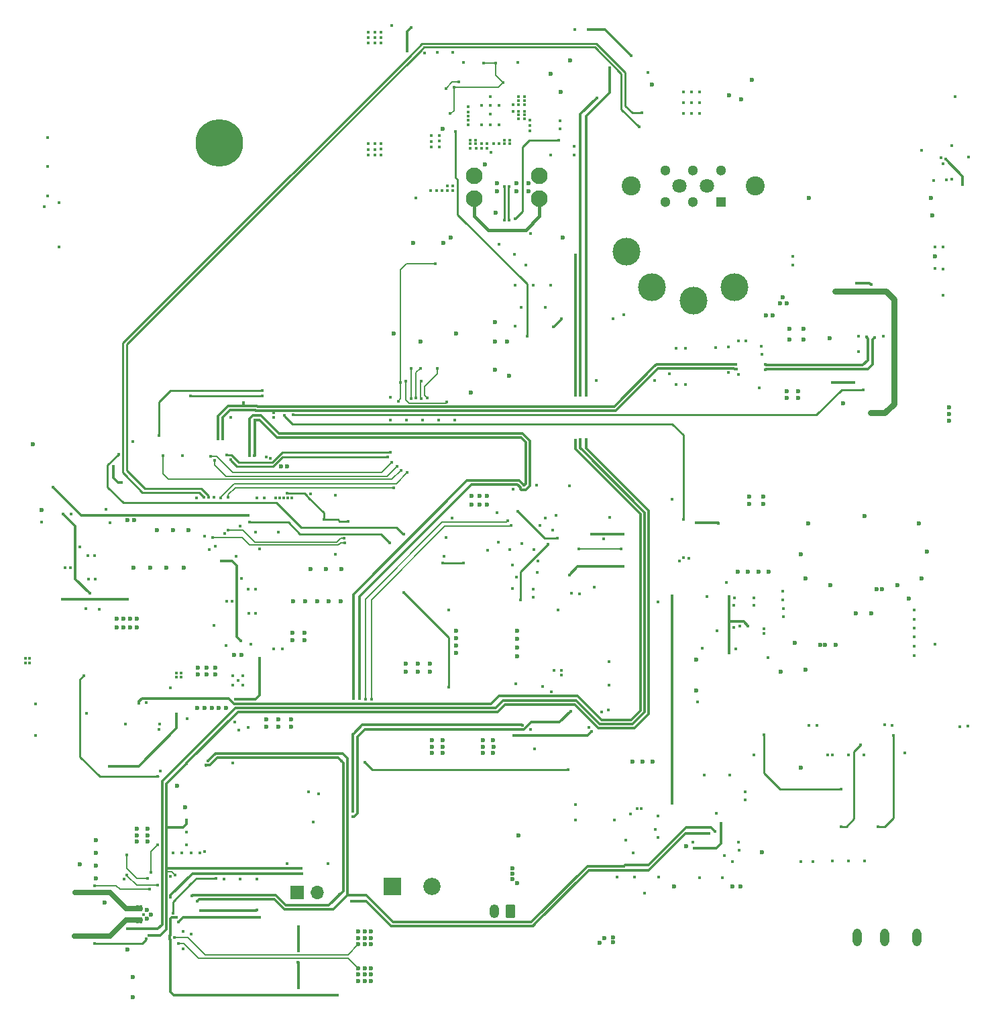
<source format=gbr>
%TF.GenerationSoftware,KiCad,Pcbnew,9.0.0*%
%TF.CreationDate,2025-03-07T13:19:33+01:00*%
%TF.ProjectId,Flatburn_V4,466c6174-6275-4726-9e5f-56342e6b6963,1*%
%TF.SameCoordinates,Original*%
%TF.FileFunction,Copper,L4,Bot*%
%TF.FilePolarity,Positive*%
%FSLAX46Y46*%
G04 Gerber Fmt 4.6, Leading zero omitted, Abs format (unit mm)*
G04 Created by KiCad (PCBNEW 9.0.0) date 2025-03-07 13:19:33*
%MOMM*%
%LPD*%
G01*
G04 APERTURE LIST*
G04 Aperture macros list*
%AMRoundRect*
0 Rectangle with rounded corners*
0 $1 Rounding radius*
0 $2 $3 $4 $5 $6 $7 $8 $9 X,Y pos of 4 corners*
0 Add a 4 corners polygon primitive as box body*
4,1,4,$2,$3,$4,$5,$6,$7,$8,$9,$2,$3,0*
0 Add four circle primitives for the rounded corners*
1,1,$1+$1,$2,$3*
1,1,$1+$1,$4,$5*
1,1,$1+$1,$6,$7*
1,1,$1+$1,$8,$9*
0 Add four rect primitives between the rounded corners*
20,1,$1+$1,$2,$3,$4,$5,0*
20,1,$1+$1,$4,$5,$6,$7,0*
20,1,$1+$1,$6,$7,$8,$9,0*
20,1,$1+$1,$8,$9,$2,$3,0*%
G04 Aperture macros list end*
%TA.AperFunction,ComponentPad*%
%ADD10C,3.500000*%
%TD*%
%TA.AperFunction,ComponentPad*%
%ADD11C,2.100000*%
%TD*%
%TA.AperFunction,ComponentPad*%
%ADD12R,1.700000X1.700000*%
%TD*%
%TA.AperFunction,ComponentPad*%
%ADD13O,1.700000X1.700000*%
%TD*%
%TA.AperFunction,ComponentPad*%
%ADD14O,1.108000X2.216000*%
%TD*%
%TA.AperFunction,ComponentPad*%
%ADD15R,2.175000X2.175000*%
%TD*%
%TA.AperFunction,ComponentPad*%
%ADD16C,2.175000*%
%TD*%
%TA.AperFunction,ComponentPad*%
%ADD17RoundRect,0.250000X0.350000X0.625000X-0.350000X0.625000X-0.350000X-0.625000X0.350000X-0.625000X0*%
%TD*%
%TA.AperFunction,ComponentPad*%
%ADD18O,1.200000X1.750000*%
%TD*%
%TA.AperFunction,ComponentPad*%
%ADD19C,2.400000*%
%TD*%
%TA.AperFunction,ComponentPad*%
%ADD20C,1.800000*%
%TD*%
%TA.AperFunction,ComponentPad*%
%ADD21R,1.300000X1.300000*%
%TD*%
%TA.AperFunction,ComponentPad*%
%ADD22C,1.300000*%
%TD*%
%TA.AperFunction,ComponentPad*%
%ADD23C,6.000000*%
%TD*%
%TA.AperFunction,ViaPad*%
%ADD24C,0.600000*%
%TD*%
%TA.AperFunction,ViaPad*%
%ADD25C,0.400000*%
%TD*%
%TA.AperFunction,Conductor*%
%ADD26C,0.300000*%
%TD*%
%TA.AperFunction,Conductor*%
%ADD27C,0.200000*%
%TD*%
%TA.AperFunction,Conductor*%
%ADD28C,0.400000*%
%TD*%
%TA.AperFunction,Conductor*%
%ADD29C,0.254000*%
%TD*%
%TA.AperFunction,Conductor*%
%ADD30C,0.203200*%
%TD*%
%TA.AperFunction,Conductor*%
%ADD31C,0.700000*%
%TD*%
%TA.AperFunction,Conductor*%
%ADD32C,0.220000*%
%TD*%
%TA.AperFunction,Conductor*%
%ADD33C,0.800000*%
%TD*%
%TA.AperFunction,Conductor*%
%ADD34C,0.270000*%
%TD*%
%TA.AperFunction,Conductor*%
%ADD35C,0.240000*%
%TD*%
G04 APERTURE END LIST*
D10*
%TO.P,SW1,1,1*%
%TO.N,unconnected-(SW1-Pad1)*%
X150626207Y-121909997D03*
%TO.P,SW1,2,2*%
%TO.N,GND_DIGITAL*%
X145399612Y-120215807D03*
%TO.P,SW1,3,3*%
%TO.N,Net-(R53-Pad2)*%
X142167028Y-115773063D03*
%TO.P,SW1,10,10*%
%TO.N,unconnected-(SW1-Pad10)*%
X155850431Y-120208511D03*
%TD*%
D11*
%TO.P,J3,MH1,MH1*%
%TO.N,Net-(C2-Pad1)*%
X123000000Y-106140000D03*
%TO.P,J3,MH2,MH2*%
X131200000Y-106140000D03*
%TO.P,J3,MH3,MH3*%
X131200000Y-109080000D03*
%TO.P,J3,MH4,MH4*%
X123000000Y-109080000D03*
%TD*%
D12*
%TO.P,J8,1,Pin_1*%
%TO.N,/03 - POWER/TS*%
X100660000Y-196620000D03*
D13*
%TO.P,J8,2,Pin_2*%
%TO.N,GND_DIGITAL*%
X103200000Y-196620000D03*
%TD*%
D14*
%TO.P,J2,1*%
%TO.N,VSOLAR*%
X178830000Y-202300000D03*
%TO.P,J2,2*%
%TO.N,GND_DIGITAL*%
X174830000Y-202300000D03*
%TO.P,J2,3*%
X171330000Y-202300000D03*
%TD*%
D15*
%TO.P,J4,1,Pin_1*%
%TO.N,Net-(J4-Pin_1)*%
X112645000Y-195820000D03*
D16*
%TO.P,J4,2,Pin_2*%
%TO.N,Net-(J4-Pin_2)*%
X117645000Y-195820000D03*
%TD*%
D17*
%TO.P,J1,1,Pin_1*%
%TO.N,Net-(J1-Pin_1)*%
X127530000Y-199000000D03*
D18*
%TO.P,J1,2,Pin_2*%
%TO.N,GND_DIGITAL*%
X125530000Y-199000000D03*
%TD*%
D19*
%TO.P,SW2,*%
%TO.N,*%
X158460000Y-107490000D03*
D20*
X152360000Y-107490000D03*
X148860000Y-107490000D03*
D19*
X142760000Y-107490000D03*
D21*
%TO.P,SW2,1,A1*%
%TO.N,unconnected-(SW2-A1-Pad1)*%
X154110000Y-109490000D03*
D22*
%TO.P,SW2,2,COM*%
%TO.N,Net-(R53-Pad2)*%
X150610000Y-109490000D03*
%TO.P,SW2,3,B1*%
%TO.N,GND_DIGITAL*%
X147110000Y-109490000D03*
%TO.P,SW2,4,A2*%
%TO.N,unconnected-(SW2-A2-Pad4)*%
X154110000Y-105490000D03*
%TO.P,SW2,5,COM*%
%TO.N,Net-(R53-Pad2)*%
X150610000Y-105490000D03*
%TO.P,SW2,6,B2*%
%TO.N,GND_DIGITAL*%
X147110000Y-105490000D03*
%TD*%
D23*
%TO.P,OBJ1,1*%
%TO.N,GND_DIGITAL*%
X90810000Y-102030000D03*
%TD*%
D24*
%TO.N,3V3*%
X98275000Y-175720000D03*
D25*
X135010000Y-145280000D03*
X93422081Y-150390000D03*
X97700000Y-136640000D03*
X86270000Y-201510000D03*
D24*
X67230000Y-140050000D03*
X96720000Y-174730000D03*
X142990000Y-180100000D03*
D25*
X141870000Y-123730000D03*
D24*
X96720000Y-175720000D03*
D25*
X92740000Y-175080000D03*
D24*
X162472500Y-133321527D03*
D25*
X118310000Y-90560000D03*
D24*
X114320000Y-167740000D03*
X120680000Y-163580000D03*
D25*
X128910000Y-122770000D03*
X155740000Y-163130000D03*
D24*
X144265000Y-180100000D03*
D25*
X155730000Y-160380000D03*
D24*
X120680000Y-166350000D03*
X99830000Y-174730000D03*
D25*
X134970000Y-156550000D03*
D24*
X117430000Y-167740000D03*
D25*
X148450000Y-132491527D03*
D24*
X98275000Y-174730000D03*
D25*
X95890000Y-167060000D03*
D24*
X163872500Y-133321527D03*
D25*
X130870000Y-145240000D03*
X146200000Y-186970000D03*
X87218085Y-191620000D03*
X112530000Y-87220000D03*
D24*
X158015000Y-94045000D03*
D25*
X156370000Y-127011527D03*
X116754000Y-90681895D03*
X92240000Y-136660000D03*
X120290000Y-90560000D03*
D24*
X120680000Y-164503333D03*
D25*
X141820000Y-155460000D03*
X143190000Y-194670000D03*
D24*
X127380000Y-131410000D03*
D25*
X142130000Y-189960000D03*
D24*
X114320000Y-168730000D03*
D25*
X141750000Y-151370000D03*
X129460000Y-117440000D03*
D24*
X115875000Y-167740000D03*
X117430000Y-168730000D03*
D25*
X97230000Y-141790000D03*
X131980000Y-122770000D03*
D24*
X145540000Y-180100000D03*
D25*
X88922088Y-191474478D03*
D24*
X120680000Y-165426667D03*
D25*
X96740000Y-141690000D03*
D24*
X162472500Y-134221527D03*
D25*
X146140000Y-159960000D03*
D24*
X99830000Y-175720000D03*
D25*
X86770000Y-174660000D03*
X149610000Y-132521527D03*
X94460000Y-175770000D03*
X135655000Y-87721396D03*
X84940000Y-191620000D03*
X92860000Y-172220000D03*
X137790000Y-151350000D03*
D24*
X115875000Y-168730000D03*
X163872500Y-134221527D03*
D25*
%TO.N,VSOLAR*%
X85640000Y-203060000D03*
D24*
X108360000Y-206960000D03*
X109940000Y-207760000D03*
X108360000Y-206160000D03*
X109150000Y-206160000D03*
X109150000Y-206960000D03*
X108360000Y-207760000D03*
X109940000Y-206960000D03*
X109940000Y-206160000D03*
X109150000Y-207760000D03*
%TO.N,GND_DIGITAL*%
X88950000Y-173310000D03*
X90750000Y-173310000D03*
D25*
X70590000Y-115160000D03*
X149370000Y-154322000D03*
D24*
X171190000Y-161380000D03*
D25*
X89550000Y-153380000D03*
D24*
X86520000Y-185880000D03*
D25*
X139910000Y-173540000D03*
X125000000Y-97260000D03*
D24*
X182929800Y-136215000D03*
D25*
X171470000Y-128391527D03*
X136250000Y-158920000D03*
D24*
X106130000Y-159870000D03*
D25*
X150390000Y-96970000D03*
D24*
X180090000Y-153630000D03*
D25*
X167640000Y-179230000D03*
D24*
X172250000Y-149110000D03*
D25*
X128070000Y-116120000D03*
X126075000Y-97260000D03*
X156390000Y-191280000D03*
X66870000Y-167089204D03*
D24*
X115237095Y-114682911D03*
D25*
X150390000Y-95620000D03*
X127900000Y-145700000D03*
X133545000Y-160920000D03*
X146290000Y-194620000D03*
X127900000Y-97200000D03*
D24*
X73160000Y-193030000D03*
D25*
X110410000Y-88032500D03*
X125000000Y-98375000D03*
X109610000Y-88740834D03*
X86080000Y-191620000D03*
X91640000Y-165440000D03*
X182585000Y-106671600D03*
D24*
X155580000Y-195850000D03*
D25*
X156550251Y-162970000D03*
X122200000Y-98620000D03*
X67600000Y-172820000D03*
D24*
X159830000Y-123770000D03*
D25*
X104550000Y-192980000D03*
X92420000Y-159864208D03*
D24*
X164830000Y-168510000D03*
D25*
X130600000Y-178470000D03*
X129300000Y-96704879D03*
X70590000Y-109550000D03*
D24*
X164790000Y-156960000D03*
X182929800Y-135370000D03*
X84140000Y-155640000D03*
D25*
X161960000Y-159693333D03*
X183271000Y-106641600D03*
X86700000Y-190620000D03*
X152374235Y-159241995D03*
X92520000Y-169230000D03*
X161950000Y-158620000D03*
D24*
X120657095Y-126072911D03*
D25*
X98290000Y-151170000D03*
D24*
X125700000Y-110820000D03*
D25*
X126140000Y-114820000D03*
X182161000Y-104621600D03*
X151390000Y-96970000D03*
X122200000Y-99720000D03*
X128250000Y-170250000D03*
X134010000Y-169140000D03*
X154300000Y-194780000D03*
D24*
X161910000Y-121475000D03*
D25*
X109610000Y-89432500D03*
X177300000Y-178980000D03*
X133850000Y-99270000D03*
X93750000Y-169230000D03*
X141010000Y-194670000D03*
X140700000Y-187480000D03*
X170222500Y-192650000D03*
X119750000Y-160995000D03*
X128600000Y-96704879D03*
D24*
X68350000Y-148330000D03*
X125610000Y-130620000D03*
D25*
X135800000Y-185530000D03*
X66870000Y-167639204D03*
X95370000Y-151123550D03*
D24*
X75220000Y-194818208D03*
D25*
X69150000Y-108750000D03*
X98940000Y-146790000D03*
X135790000Y-187460000D03*
X95920000Y-153280000D03*
X132860000Y-150910000D03*
D24*
X167820000Y-126630000D03*
D25*
X185270000Y-175630000D03*
X67600000Y-176820000D03*
X158310000Y-179250000D03*
D24*
X181180000Y-116370000D03*
D25*
X93140000Y-169840000D03*
D24*
X100150000Y-159870000D03*
D25*
X99320000Y-192970000D03*
X155820000Y-159430000D03*
X77006667Y-149943333D03*
X180941000Y-106811600D03*
X94830000Y-165280000D03*
X185391000Y-103811966D03*
X138150000Y-158040000D03*
X88340000Y-191620000D03*
X69150000Y-104990000D03*
D24*
X93600000Y-166670000D03*
X75220000Y-191618208D03*
D25*
X172182500Y-179250000D03*
X140033000Y-167450000D03*
D24*
X79895000Y-207270000D03*
X138790000Y-202970000D03*
D25*
X69150000Y-101330000D03*
X165712500Y-192700000D03*
D24*
X168590000Y-165400000D03*
X79200000Y-203820000D03*
D25*
X125100000Y-103250000D03*
X162000000Y-160766667D03*
X178540000Y-166680000D03*
X151390000Y-98320000D03*
X148480000Y-127921527D03*
D24*
X180800000Y-111180000D03*
D25*
X96440000Y-146790000D03*
X168220000Y-179280000D03*
X182188203Y-115168203D03*
X131960000Y-149370000D03*
X158320000Y-159420000D03*
D24*
X145420000Y-94670000D03*
D25*
X153650644Y-163550644D03*
X178540000Y-162110000D03*
D24*
X177840000Y-159500000D03*
X127786000Y-194906000D03*
D25*
X135585000Y-102495000D03*
X159600000Y-163320000D03*
X129300000Y-97200000D03*
X99450000Y-146790000D03*
X72030000Y-155640000D03*
X175750000Y-175480000D03*
X183256000Y-102351600D03*
X155245837Y-181776250D03*
X124710000Y-153390000D03*
X73975000Y-160815000D03*
X138430000Y-131980000D03*
X150390000Y-98320000D03*
D24*
X88050000Y-173310000D03*
X104635000Y-159870000D03*
D25*
X127780000Y-158280000D03*
X109610000Y-88049168D03*
X91501437Y-151300000D03*
D24*
X179460000Y-156960000D03*
D25*
X85390000Y-169460000D03*
X133340000Y-149030000D03*
X98440000Y-146790000D03*
X139298000Y-151960000D03*
D24*
X132600000Y-93320000D03*
D25*
X127800000Y-155270000D03*
D24*
X82050000Y-155640000D03*
X182929800Y-137060000D03*
D25*
X146170000Y-189660000D03*
D24*
X160690000Y-123775000D03*
D25*
X123925000Y-97260000D03*
D24*
X133900000Y-95575000D03*
D25*
X111210000Y-89415832D03*
D24*
X155190000Y-96020000D03*
D25*
X111210000Y-88724166D03*
D24*
X120050000Y-113940000D03*
D25*
X132692057Y-171280000D03*
X128180000Y-119970000D03*
X122200000Y-99170000D03*
D24*
X173120000Y-161390000D03*
X81700000Y-199920000D03*
X176430000Y-157840000D03*
D25*
X92520000Y-170460000D03*
X150591168Y-190281168D03*
X68365000Y-149865000D03*
X97940000Y-146790000D03*
X102110000Y-183920000D03*
D24*
X156600000Y-195850000D03*
D25*
X153567128Y-186627023D03*
X110410000Y-88724166D03*
X168232500Y-192660000D03*
X151420000Y-194780000D03*
X128170000Y-125140000D03*
X159005000Y-132906527D03*
X71310000Y-155640000D03*
X93750000Y-170460000D03*
X93262799Y-176077201D03*
X81280000Y-199365709D03*
X119430000Y-151780000D03*
X178540000Y-163230000D03*
D24*
X91650000Y-173310000D03*
X129850000Y-108110000D03*
D25*
X92510000Y-180220000D03*
X181911000Y-103851600D03*
D24*
X124340000Y-104720000D03*
X103140000Y-159870000D03*
X166630000Y-165390000D03*
D25*
X132600000Y-103520000D03*
D24*
X112820000Y-126072911D03*
D25*
X130075000Y-113460000D03*
X83260000Y-175330000D03*
X151986250Y-181776250D03*
X95510000Y-194930000D03*
X72070000Y-148820000D03*
D24*
X79950000Y-155640000D03*
D25*
X145880000Y-188680000D03*
X86700000Y-189020000D03*
D24*
X180620000Y-108979999D03*
D25*
X102310000Y-146280000D03*
X79920000Y-139680000D03*
D24*
X125620000Y-124670000D03*
D25*
X156350000Y-190280000D03*
X75670000Y-160860000D03*
X88940000Y-151620000D03*
X142693853Y-186660000D03*
D24*
X179155000Y-150075000D03*
D25*
X128600000Y-96209757D03*
X93638916Y-157001098D03*
X86200000Y-203740000D03*
D24*
X134150000Y-114010000D03*
D25*
X74040000Y-174010000D03*
X145780000Y-132000000D03*
D24*
X167930000Y-157840000D03*
X119000000Y-100220000D03*
X76345000Y-197865000D03*
D25*
X130980000Y-156210000D03*
X183670000Y-96180000D03*
X83161497Y-176021497D03*
D24*
X164190000Y-153940000D03*
X89850000Y-173310000D03*
D25*
X68720000Y-110070000D03*
X130460000Y-159368000D03*
X137487758Y-175760000D03*
D24*
X128400000Y-195395000D03*
X81700000Y-198830258D03*
D25*
X98760000Y-165860000D03*
X144890000Y-93120000D03*
X135590000Y-103520000D03*
X178540000Y-160920000D03*
X110410000Y-89415832D03*
X149390000Y-96970000D03*
X122200000Y-97420000D03*
X87230000Y-201840000D03*
X166218507Y-175520000D03*
X140530000Y-124210000D03*
X115620000Y-109000000D03*
D24*
X119057095Y-114682911D03*
D25*
X160090000Y-166965000D03*
X129000000Y-152590000D03*
X128600000Y-97200000D03*
X178540000Y-164380000D03*
D24*
X148180000Y-195870000D03*
X82200000Y-199385709D03*
X139390000Y-202370000D03*
D25*
X133850000Y-100270000D03*
X125000000Y-96150000D03*
D24*
X135075000Y-91645000D03*
D25*
X91370000Y-194920000D03*
X139060000Y-173820000D03*
X155060000Y-131011527D03*
D24*
X164222500Y-180890000D03*
D25*
X132660000Y-119970000D03*
X129300000Y-96209757D03*
X148914235Y-154794235D03*
X90340000Y-152920000D03*
X84670000Y-170800000D03*
X95575596Y-146790000D03*
X103310000Y-184150000D03*
X130060000Y-176050000D03*
D24*
X167290000Y-165390000D03*
D25*
X73200000Y-153021000D03*
X83370000Y-181300000D03*
X130410000Y-119970000D03*
X143080000Y-191620000D03*
D24*
X79900000Y-209819000D03*
D25*
X93440000Y-194910000D03*
X149390000Y-98320000D03*
X159210000Y-127721527D03*
X157190000Y-184920000D03*
X151390000Y-95620000D03*
D24*
X156690000Y-96520000D03*
D25*
X156000000Y-165830000D03*
X170202500Y-179260000D03*
D24*
X75220000Y-193218208D03*
D25*
X161990000Y-161840000D03*
X151170000Y-172555000D03*
D24*
X92690000Y-166670000D03*
D25*
X66310000Y-167639204D03*
X97680000Y-165860000D03*
X85390000Y-168910000D03*
X121605000Y-91870000D03*
D24*
X86340000Y-155640000D03*
X129850000Y-107110000D03*
D25*
X149630000Y-127921527D03*
X151760000Y-165780000D03*
D24*
X165125000Y-150075000D03*
D25*
X85950000Y-168910000D03*
D24*
X165210000Y-108960000D03*
D25*
X134025000Y-168563000D03*
X87940000Y-146790000D03*
X102620000Y-187710000D03*
X78940000Y-175330000D03*
X91760000Y-159864208D03*
X150080000Y-154412000D03*
X86190000Y-141490000D03*
X66310000Y-167089204D03*
X78760000Y-194940000D03*
X84640000Y-194582891D03*
D24*
X127800000Y-194245000D03*
D25*
X157310000Y-127011527D03*
X76460000Y-148270000D03*
X178540000Y-165530000D03*
D24*
X127800000Y-193595000D03*
X101645000Y-159870000D03*
D25*
X99940000Y-146790000D03*
D24*
X128600000Y-189420000D03*
D25*
X131040000Y-154810000D03*
X122200000Y-98120000D03*
X92900000Y-154200000D03*
X81600000Y-172670000D03*
D24*
X85480000Y-183170000D03*
D25*
X181170000Y-117880000D03*
X119210000Y-154220000D03*
X90170000Y-146710000D03*
X85950000Y-169460000D03*
D24*
X75220000Y-190018208D03*
D25*
X149390000Y-95620000D03*
D24*
X151000000Y-171080000D03*
D25*
X147620000Y-131151527D03*
X111210000Y-88032500D03*
X156320000Y-131221527D03*
X172222500Y-192620000D03*
X164222500Y-192730000D03*
X154780000Y-157460000D03*
X128459901Y-91879901D03*
%TO.N,VUSB*%
X129300000Y-98510121D03*
X119600000Y-108020000D03*
X126116666Y-102150000D03*
X129300000Y-98015000D03*
X120291668Y-108020000D03*
X120308336Y-107420000D03*
X126808332Y-102150000D03*
X129300000Y-99005243D03*
X119616668Y-107420000D03*
X130000000Y-100470000D03*
X125425000Y-102150000D03*
D24*
X128350000Y-107110000D03*
D25*
X127500000Y-102150000D03*
X130000000Y-99820000D03*
X118908334Y-108020000D03*
X126808332Y-101659757D03*
X128600000Y-98015000D03*
X127500000Y-101659757D03*
X118216668Y-108020000D03*
D24*
X128350000Y-108110000D03*
D25*
X128600000Y-99005243D03*
X128600000Y-98510121D03*
X127900000Y-98015000D03*
D24*
X125860000Y-108110000D03*
D25*
X130000000Y-99170000D03*
X117500000Y-108020000D03*
D24*
X125860000Y-107110000D03*
D25*
%TO.N,CC2*%
X128125000Y-111625000D03*
X133620000Y-101700000D03*
%TO.N,LDO_3V3*%
X120400000Y-95020000D03*
X119970000Y-98340000D03*
X126600000Y-94420000D03*
X124200000Y-91920000D03*
X125700000Y-91920000D03*
%TO.N,/03 - POWER/VUSB_PD*%
X110410000Y-103532500D03*
X124575000Y-102150000D03*
X109610000Y-102840834D03*
X122505000Y-102710000D03*
D24*
X109940000Y-203150000D03*
D25*
X118600000Y-102503332D03*
X110410000Y-102840834D03*
D24*
X109940000Y-201550000D03*
D25*
X117600000Y-102519998D03*
X123196668Y-102710000D03*
X109610000Y-103532500D03*
X111210000Y-103515832D03*
X123191668Y-101659757D03*
X117600000Y-101828332D03*
D24*
X108360000Y-201550000D03*
D25*
X110410000Y-102149168D03*
D24*
X108360000Y-202350000D03*
D25*
X111210000Y-102824166D03*
D24*
X109940000Y-202350000D03*
X109150000Y-201550000D03*
X109150000Y-203150000D03*
D25*
X111210000Y-102132500D03*
X85130000Y-202270000D03*
X109610000Y-102149168D03*
X123191668Y-102150000D03*
X117600000Y-101136666D03*
X122500000Y-101659757D03*
D24*
X109150000Y-202350000D03*
D25*
X118600000Y-101120000D03*
X122500000Y-102150000D03*
X123888334Y-102710000D03*
D24*
X108360000Y-203150000D03*
D25*
X118600000Y-101811666D03*
X123883334Y-102150000D03*
X124580000Y-102710000D03*
%TO.N,Net-(U2-SW1)*%
X80903750Y-199885709D03*
D24*
X74407500Y-202140709D03*
X73493750Y-202140709D03*
D25*
X80490000Y-200295709D03*
D24*
X72580000Y-202140709D03*
D25*
X80490000Y-199885709D03*
X80903750Y-200295709D03*
%TO.N,Net-(U2-BTST1)*%
X81538668Y-202479872D03*
X75100000Y-203020000D03*
D24*
%TO.N,Net-(U2-SW2)*%
X72580000Y-196595709D03*
X74407500Y-196595709D03*
X73493750Y-196595709D03*
D25*
X80466250Y-198825709D03*
X80880000Y-198415709D03*
X80466250Y-198415709D03*
X80880000Y-198825709D03*
%TO.N,Net-(U2-BTST2)*%
X75100000Y-195720000D03*
X81980000Y-196180000D03*
%TO.N,/03 - POWER/REGN*%
X137100000Y-139450000D03*
X140075000Y-92545000D03*
X86690000Y-187430000D03*
X83030000Y-195680000D03*
X85232354Y-194417646D03*
X79140000Y-194440000D03*
X81910000Y-201980000D03*
X101100000Y-193520000D03*
X86660000Y-180320000D03*
X137100000Y-133870000D03*
D24*
%TO.N,VBAT*%
X125400000Y-178205000D03*
X81720000Y-190190000D03*
X124070000Y-179020000D03*
X117660000Y-177390000D03*
X80400000Y-189375000D03*
X117660000Y-179020000D03*
X80400000Y-190190000D03*
X117660000Y-178205000D03*
X118980000Y-177390000D03*
X118980000Y-179020000D03*
X124070000Y-177390000D03*
X81730000Y-189375000D03*
X124070000Y-178205000D03*
X125390000Y-177390000D03*
X81720000Y-188560000D03*
X118990000Y-178205000D03*
X80400000Y-188560000D03*
X125390000Y-179020000D03*
D25*
%TO.N,VSYS*%
X76950000Y-180680000D03*
X85410000Y-174090000D03*
%TO.N,Net-(Q7-G)*%
X80650000Y-172720000D03*
X135800000Y-139500000D03*
X135800000Y-133870000D03*
X135800000Y-116210000D03*
D24*
%TO.N,VSYS#*%
X79570000Y-163200000D03*
X90280000Y-169070000D03*
X101520000Y-164780000D03*
X88140000Y-169070000D03*
X89210000Y-169070000D03*
D25*
X75130000Y-157080000D03*
D24*
X100070000Y-163830000D03*
X88140000Y-168200000D03*
X89210000Y-168200000D03*
X77850000Y-162030000D03*
X101520000Y-163830000D03*
X80430000Y-162030000D03*
X80430000Y-163200000D03*
D25*
X79180000Y-159590000D03*
X70970000Y-159580000D03*
D24*
X79570000Y-162030000D03*
D25*
X95360000Y-161340000D03*
D24*
X78710000Y-163200000D03*
X100070000Y-164780000D03*
X78710000Y-162030000D03*
X77850000Y-163200000D03*
X90280000Y-168200000D03*
D25*
X94510000Y-161340000D03*
X74280000Y-157080000D03*
X90130000Y-162920000D03*
%TO.N,Net-(U3-VBUS)*%
X88480000Y-198910000D03*
X95510000Y-198830000D03*
D24*
%TO.N,Net-(U5-ISP)*%
X106230000Y-155810000D03*
X102320000Y-155810000D03*
X104275000Y-155810000D03*
D25*
X95340000Y-158330000D03*
X94480000Y-158330000D03*
%TO.N,Net-(U6-ISP)*%
X75100000Y-154080000D03*
X74240000Y-154080000D03*
D24*
X84940000Y-150920000D03*
X86945000Y-150920000D03*
X82935000Y-150920000D03*
%TO.N,3V3#*%
X128360000Y-166760000D03*
X128360000Y-165693333D03*
D25*
X128300000Y-156810000D03*
X131270000Y-150270000D03*
X130465000Y-158313000D03*
X127490000Y-153350000D03*
X137780000Y-176300000D03*
X120150000Y-149351000D03*
X127945000Y-176775000D03*
X125830000Y-148710000D03*
X140033000Y-170460000D03*
X133075000Y-168573000D03*
X130490000Y-153350000D03*
X135290000Y-158860000D03*
D24*
X128360000Y-164626667D03*
D25*
X126020000Y-152390000D03*
D24*
X128360000Y-163560000D03*
D25*
X131630000Y-170600000D03*
X140080000Y-149240000D03*
D24*
%TO.N,3V3_GPS*%
X162772500Y-126821527D03*
X161585000Y-122225000D03*
D25*
X163200000Y-117460000D03*
D24*
X162455000Y-122225000D03*
D25*
X155060000Y-127801527D03*
D24*
X164572500Y-126821527D03*
D25*
X153497500Y-127814027D03*
D24*
X169580000Y-134841527D03*
D25*
X182200000Y-117920000D03*
D24*
X164572500Y-125521527D03*
D25*
X182148203Y-121210000D03*
D24*
X162772500Y-125521527D03*
D25*
X181140000Y-115170000D03*
X171457672Y-126420000D03*
X163190000Y-116380000D03*
X159270000Y-128691527D03*
X179461000Y-102931600D03*
X174600000Y-126417672D03*
%TO.N,3V3_QWICC*%
X144450000Y-196710000D03*
D24*
X140520000Y-202270000D03*
D25*
X144080000Y-185990000D03*
D24*
X140520000Y-202880000D03*
D25*
X143580000Y-186000000D03*
%TO.N,5V#*%
X158320000Y-160385644D03*
X181180000Y-165260000D03*
D24*
X163440000Y-165140000D03*
X156250000Y-156092000D03*
D25*
X155610000Y-192690000D03*
D24*
X159262500Y-191490000D03*
X173800000Y-158350000D03*
D25*
X157190000Y-183900000D03*
D24*
X158850000Y-156092000D03*
D25*
X159590000Y-163940000D03*
D24*
X157550000Y-156092000D03*
X174440001Y-158350001D03*
X149750000Y-190730000D03*
X160150000Y-156092000D03*
D25*
X154522973Y-191947027D03*
%TO.N,5V*%
X147970000Y-147030000D03*
D24*
X159510000Y-146660000D03*
D25*
X147970000Y-185380000D03*
D24*
X157670000Y-147590000D03*
X123620000Y-146550000D03*
D25*
X147970000Y-159160000D03*
D24*
X124630000Y-147670000D03*
X159510000Y-147590000D03*
X122630000Y-147670000D03*
D25*
X105470000Y-153920000D03*
D24*
X124630000Y-146550000D03*
X122630000Y-146550000D03*
X123620000Y-147670000D03*
X157670000Y-146660000D03*
D25*
X105470000Y-146460000D03*
%TO.N,/05 - MCU/uC_MODE*%
X112040000Y-141620000D03*
X134010000Y-124210000D03*
X132980000Y-125240000D03*
X92210000Y-142020000D03*
%TO.N,/05 - MCU/uC_RST*%
X112410000Y-141066000D03*
X91710000Y-141400000D03*
%TO.N,Net-(J10-VDD)*%
X114400000Y-136990006D03*
X112360000Y-136990006D03*
X116167095Y-130472911D03*
X112380000Y-134120000D03*
D24*
X127100000Y-127120000D03*
D25*
X120520000Y-136990006D03*
D24*
X122600000Y-133550000D03*
D25*
X116440000Y-136990006D03*
D24*
X116170000Y-127120000D03*
D25*
X115642641Y-134171350D03*
X118480000Y-136990006D03*
D24*
X125620000Y-127100000D03*
%TO.N,Net-(C115-+)*%
X173030200Y-136090000D03*
X168510000Y-120780000D03*
D25*
%TO.N,GPS_VCC_RF*%
X184651000Y-107251600D03*
X182471000Y-104071600D03*
%TO.N,/07 - SENSORS/3V3#_NOISE_AN*%
X132280000Y-152680000D03*
X128810000Y-159700000D03*
D24*
%TO.N,5V_AN*%
X151020000Y-167265000D03*
D25*
X174790000Y-175460000D03*
D24*
X161670000Y-168740000D03*
D25*
X165258507Y-175520000D03*
X184310000Y-175650000D03*
%TO.N,Net-(Q2-G)*%
X100754892Y-205413188D03*
X100761217Y-208583978D03*
%TO.N,Net-(Q4-G)*%
X100820000Y-200940000D03*
X100820000Y-203970000D03*
%TO.N,USB_D+*%
X126800000Y-111750000D03*
X126800000Y-107500000D03*
%TO.N,USB_D-*%
X127400000Y-111750000D03*
X127401515Y-107501515D03*
%TO.N,PT1000+*%
X175880000Y-176800000D03*
X173930000Y-188270000D03*
%TO.N,SENSOR2_AUX*%
X169280000Y-188280000D03*
X171790000Y-177950000D03*
%TO.N,SENSOR1_WE*%
X159550000Y-176690000D03*
X169320000Y-183580000D03*
%TO.N,/03 - POWER/TS*%
X84639999Y-197202183D03*
X101200000Y-194220000D03*
%TO.N,/05 - MCU/LED_G_nEN*%
X77460000Y-142870000D03*
X78470000Y-144840000D03*
%TO.N,/05 - MCU/LED_DI*%
X144170000Y-98250000D03*
X88857445Y-146710119D03*
%TO.N,EN_3V3_GPS*%
X172100000Y-133201527D03*
X100130000Y-136360000D03*
X96200000Y-133260000D03*
X83220000Y-138920000D03*
%TO.N,IMU_INT*%
X91920000Y-146770000D03*
X112791000Y-145540000D03*
%TO.N,NOISE_INT*%
X91939500Y-150890000D03*
X106530000Y-151890000D03*
%TO.N,ADC_SPI_SCK*%
X89690000Y-141550000D03*
X112610000Y-142310000D03*
%TO.N,EN_3V3#*%
X114058000Y-158722000D03*
X119750000Y-170690000D03*
X78068947Y-141309937D03*
X114060000Y-151400000D03*
D24*
%TO.N,4V_PARTICLE*%
X99350000Y-142850000D03*
X79210000Y-149650000D03*
X98620000Y-142840000D03*
X80050000Y-149650000D03*
D25*
%TO.N,ADC_SPI_MISO*%
X83680000Y-141520000D03*
X113717592Y-143330000D03*
%TO.N,/05 - MCU/LED_SCL*%
X89457448Y-146710119D03*
X143780000Y-100020000D03*
%TO.N,UART_TX_GPS*%
X91240000Y-139340425D03*
X97701289Y-136039999D03*
X156070000Y-130571527D03*
%TO.N,I2C_SCL*%
X95242264Y-141480007D03*
X129282498Y-145235999D03*
X89100000Y-180540000D03*
X95270000Y-136980000D03*
X105960000Y-196860000D03*
X107700000Y-172110000D03*
X106226091Y-180016091D03*
X87300000Y-197040000D03*
X107490000Y-197700000D03*
X152638171Y-189144284D03*
X143680000Y-193800000D03*
%TO.N,ADC_SPI_MOSI*%
X113230000Y-142830000D03*
X90176446Y-142050000D03*
%TO.N,UART_RX_GPS*%
X156010000Y-129961527D03*
X93870000Y-134820000D03*
X90640063Y-139331561D03*
%TO.N,nUSB_SINK_EN*%
X107040000Y-149795304D03*
X99340255Y-146200119D03*
X129676000Y-126456000D03*
X120610000Y-100610000D03*
X104000000Y-149570000D03*
%TO.N,EN_3V3_QWICC*%
X109155000Y-180145000D03*
X112330000Y-152460000D03*
X94650000Y-149900000D03*
X134800000Y-181110000D03*
%TO.N,EN_5V*%
X87210000Y-133920000D03*
X99020000Y-136390000D03*
X96220000Y-133920000D03*
X149370000Y-149492000D03*
%TO.N,I2C_SDA*%
X108473333Y-172160000D03*
X94620000Y-136960000D03*
X128790000Y-145660000D03*
X94642264Y-141478240D03*
X87980000Y-197720000D03*
X89370000Y-179990000D03*
X141860000Y-193260000D03*
X106970000Y-180000000D03*
X153410451Y-188884695D03*
%TO.N,/05 - MCU/BUZZER_PWM*%
X69830000Y-145450000D03*
X94430000Y-148990000D03*
%TO.N,ADC_nDRDY*%
X114555919Y-143632000D03*
X90957488Y-146793704D03*
%TO.N,Net-(J10-PadCD)*%
X113697095Y-132242911D03*
X118067095Y-117272911D03*
X113397095Y-134592911D03*
%TO.N,Net-(J10-CMD)*%
X116257095Y-134310328D03*
X116322095Y-132077911D03*
%TO.N,Net-(J10-CD{slash}DAT3)*%
X118367095Y-130452911D03*
X117077095Y-134222911D03*
%TO.N,Net-(J10-CLK)*%
X115007095Y-134270000D03*
X115007095Y-130512911D03*
%TO.N,Net-(J10-DATA0)*%
X114387095Y-132102911D03*
X119510000Y-134722911D03*
%TO.N,Net-(LD2-B)*%
X114520000Y-90430000D03*
X115010000Y-87490000D03*
%TO.N,Net-(LD3-R)*%
X137400000Y-87720000D03*
X142790000Y-91010000D03*
%TO.N,Net-(MOD1-RXD{slash}SPI_MOSI)*%
X173077217Y-119917216D03*
X171260000Y-119690000D03*
%TO.N,Net-(U2-~{QON})*%
X90380000Y-194800000D03*
X84941130Y-199201429D03*
X82980000Y-181960000D03*
X73680000Y-169280000D03*
%TO.N,/03 - POWER/STAT*%
X79220000Y-201190000D03*
X136400000Y-133870000D03*
X136400000Y-139450000D03*
X138492028Y-96327972D03*
%TO.N,Net-(Q13-G)*%
X168172500Y-132221527D03*
X170872500Y-132221527D03*
%TO.N,Net-(Q15-G)*%
X150990000Y-149992000D03*
X153830000Y-150002000D03*
%TO.N,Net-(Q18-D)*%
X121652500Y-154997500D03*
X119030000Y-154997500D03*
%TO.N,Net-(U1-CAP_MIS)*%
X121003630Y-94300000D03*
X119400000Y-95132527D03*
%TO.N,Net-(U2-ACDRV1)*%
X85360000Y-199760000D03*
X105736000Y-209594000D03*
%TO.N,Net-(U2-ACDRV2)*%
X95910000Y-199760000D03*
X85611791Y-200368209D03*
%TO.N,Net-(U2-~{INT})*%
X81720000Y-194800000D03*
X79140000Y-191850000D03*
%TO.N,Net-(U2-PROG)*%
X82210000Y-194040000D03*
X83039000Y-190620000D03*
%TO.N,Net-(U5-MODE)*%
X93530000Y-164870000D03*
X91042115Y-154740000D03*
%TO.N,Net-(U6-MODE)*%
X74448000Y-158868000D03*
X71060000Y-148830000D03*
%TO.N,NOISE_AN*%
X136200000Y-153280000D03*
X89940000Y-151800000D03*
X141560000Y-153280000D03*
X106670000Y-152480000D03*
%TO.N,/06 - GPS-LTE/GPS_TXD*%
X159690000Y-129931527D03*
X172477672Y-126540000D03*
%TO.N,/06 - GPS-LTE/GPS_RXD*%
X159690000Y-130681527D03*
X173570000Y-126547672D03*
%TO.N,/07 - SENSORS/SNSR_I2C_SCL*%
X110020000Y-172180000D03*
X107690000Y-187000000D03*
X127670000Y-150260000D03*
X135190000Y-173710000D03*
X110010000Y-176070000D03*
%TO.N,/07 - SENSORS/3V3#_SWITCH_EN*%
X133448520Y-151940000D03*
X128450000Y-148510000D03*
%TO.N,/07 - SENSORS/SNSR_I2C_SDA*%
X109246667Y-172180000D03*
X129062951Y-175490000D03*
X109230000Y-175420000D03*
X127230000Y-149730000D03*
X107680000Y-186350000D03*
%TO.N,/08 - SENSORS 2/5V#_SWITCH_EN*%
X150730000Y-191030000D03*
X154135837Y-187914163D03*
%TO.N,/08 - SENSORS 2/ADC_SWITCH_EN*%
X155130000Y-159230000D03*
X157550251Y-162970000D03*
X155130000Y-166400000D03*
%TO.N,Net-(U1-DRAIN_1)*%
X123890000Y-99785000D03*
X125000000Y-99785000D03*
X126100000Y-99785000D03*
%TD*%
D26*
%TO.N,3V3*%
X141730000Y-151350000D02*
X141750000Y-151370000D01*
X134970000Y-156550000D02*
X136060000Y-155460000D01*
X95890000Y-171750000D02*
X95420000Y-172220000D01*
X137790000Y-151350000D02*
X141730000Y-151350000D01*
X136060000Y-155460000D02*
X141820000Y-155460000D01*
X95890000Y-167060000D02*
X95890000Y-171750000D01*
X95420000Y-172220000D02*
X92860000Y-172220000D01*
D27*
%TO.N,VSOLAR*%
X86340000Y-203060000D02*
X88152000Y-204872000D01*
X107072000Y-204872000D02*
X108360000Y-206160000D01*
X85640000Y-203060000D02*
X86340000Y-203060000D01*
X88152000Y-204872000D02*
X107072000Y-204872000D01*
%TO.N,GND_DIGITAL*%
X75348208Y-194690000D02*
X75220000Y-194818208D01*
D28*
%TO.N,Net-(C2-Pad1)*%
X124750000Y-113000000D02*
X123000000Y-111250000D01*
X131200000Y-111300000D02*
X129500000Y-113000000D01*
X131200000Y-109080000D02*
X131200000Y-111300000D01*
X123000000Y-111250000D02*
X123000000Y-109080000D01*
X129500000Y-113000000D02*
X124750000Y-113000000D01*
D29*
%TO.N,CC2*%
X129100000Y-110650000D02*
X128125000Y-111625000D01*
X129100000Y-102520000D02*
X129100000Y-110650000D01*
X129900000Y-101720000D02*
X129100000Y-102520000D01*
X133620000Y-101700000D02*
X133600000Y-101720000D01*
X133600000Y-101720000D02*
X129900000Y-101720000D01*
D27*
%TO.N,LDO_3V3*%
X119990000Y-98320000D02*
X120030000Y-98320000D01*
X120030000Y-98320000D02*
X120400000Y-97950000D01*
X119970000Y-98340000D02*
X119990000Y-98320000D01*
D30*
X125700000Y-93520000D02*
X126600000Y-94420000D01*
X126000000Y-95020000D02*
X126600000Y-94420000D01*
X125700000Y-91920000D02*
X124200000Y-91920000D01*
D27*
X120400000Y-97950000D02*
X120400000Y-95020000D01*
D30*
X125700000Y-91920000D02*
X125700000Y-93520000D01*
X120400000Y-95020000D02*
X126000000Y-95020000D01*
D27*
%TO.N,/03 - POWER/VUSB_PD*%
X89001000Y-204471000D02*
X107039000Y-204471000D01*
X85130000Y-202270000D02*
X86800000Y-202270000D01*
X86800000Y-202270000D02*
X89001000Y-204471000D01*
X107039000Y-204471000D02*
X108360000Y-203150000D01*
D31*
%TO.N,Net-(U2-SW1)*%
X79722500Y-200093209D02*
X80811500Y-200093209D01*
X72540000Y-202140709D02*
X76975000Y-202140709D01*
X79712500Y-200083209D02*
X79722500Y-200093209D01*
X80682500Y-200083209D02*
X79712500Y-200083209D01*
X76975000Y-202140709D02*
X79032500Y-200083209D01*
X79032500Y-200083209D02*
X80682500Y-200083209D01*
D32*
%TO.N,Net-(U2-BTST1)*%
X81550000Y-202491204D02*
X81550000Y-202533779D01*
X81550000Y-202533779D02*
X81063779Y-203020000D01*
X81538668Y-202479872D02*
X81550000Y-202491204D01*
X81063779Y-203020000D02*
X75100000Y-203020000D01*
D31*
%TO.N,Net-(U2-SW2)*%
X74407500Y-196595709D02*
X76990000Y-196595709D01*
X79710000Y-198615709D02*
X80799000Y-198615709D01*
X80670000Y-198625709D02*
X79700000Y-198625709D01*
X79020000Y-198625709D02*
X80670000Y-198625709D01*
X76990000Y-196595709D02*
X79020000Y-198625709D01*
X79700000Y-198625709D02*
X79710000Y-198615709D01*
X72580000Y-196595709D02*
X74407500Y-196595709D01*
D27*
%TO.N,Net-(U2-BTST2)*%
X81980000Y-196212893D02*
X81967107Y-196200000D01*
X78270000Y-196200000D02*
X77790000Y-195720000D01*
X81980000Y-196180000D02*
X81980000Y-196212893D01*
X77790000Y-195720000D02*
X75100000Y-195720000D01*
X81967107Y-196200000D02*
X78270000Y-196200000D01*
D26*
%TO.N,/03 - POWER/REGN*%
X86630000Y-180320000D02*
X84090000Y-182860000D01*
D27*
X79150000Y-194450000D02*
X80380000Y-195680000D01*
X80380000Y-195680000D02*
X83030000Y-195680000D01*
D26*
X145022000Y-148453479D02*
X137094260Y-140525740D01*
X144858520Y-174208520D02*
X145022000Y-174045041D01*
X140075000Y-95645000D02*
X140075000Y-92545000D01*
X138644960Y-175862000D02*
X143205041Y-175862000D01*
X124710001Y-173810000D02*
X125961001Y-173809999D01*
D27*
X84120000Y-193980000D02*
X84090000Y-194010000D01*
D26*
X84090000Y-201280000D02*
X84090000Y-194220000D01*
X93140000Y-173810000D02*
X124710001Y-173810000D01*
X143205041Y-175862000D02*
X144858520Y-174208520D01*
D27*
X79150000Y-194430000D02*
X79150000Y-194450000D01*
D26*
X137094260Y-140525740D02*
X137100000Y-140520000D01*
X86690000Y-187970000D02*
X86690000Y-187430000D01*
X86660000Y-180320000D02*
X86660000Y-180290000D01*
X84090000Y-182860000D02*
X84090000Y-188540000D01*
X135663960Y-172881000D02*
X138644960Y-175862000D01*
X86260000Y-188400000D02*
X86690000Y-187970000D01*
X84230000Y-188400000D02*
X86260000Y-188400000D01*
X86660000Y-180320000D02*
X86630000Y-180320000D01*
X145022000Y-174045041D02*
X145022000Y-148453479D01*
X84090000Y-194220000D02*
X84090000Y-193520000D01*
X126890000Y-172881000D02*
X135663960Y-172881000D01*
X86660000Y-180290000D02*
X93140000Y-173810000D01*
X81910000Y-201980000D02*
X83390000Y-201980000D01*
D27*
X84794708Y-193980000D02*
X84120000Y-193980000D01*
X85232354Y-194417646D02*
X84794708Y-193980000D01*
D26*
X137100000Y-98620000D02*
X140075000Y-95645000D01*
X84090000Y-193520000D02*
X84090000Y-188540000D01*
D27*
X79140000Y-194440000D02*
X79150000Y-194430000D01*
D26*
X137100000Y-140520000D02*
X137100000Y-139450000D01*
X125961001Y-173809999D02*
X126890000Y-172881000D01*
X137100000Y-133870000D02*
X137100000Y-98620000D01*
X83390000Y-201980000D02*
X84090000Y-201280000D01*
X84090000Y-193520000D02*
X101100000Y-193520000D01*
%TO.N,VSYS*%
X80620000Y-180680000D02*
X76950000Y-180680000D01*
X85410000Y-175890000D02*
X80620000Y-180680000D01*
X85410000Y-174090000D02*
X85410000Y-175890000D01*
%TO.N,Net-(Q7-G)*%
X93058520Y-172808000D02*
X97874956Y-172808000D01*
X124294960Y-172808000D02*
X125125045Y-172808000D01*
X125125045Y-172808000D02*
X126103045Y-171830000D01*
X136030000Y-171830000D02*
X139060000Y-174860000D01*
X142790000Y-174860000D02*
X144020000Y-173630000D01*
X81030000Y-172120000D02*
X91955480Y-172120000D01*
X144020000Y-173630000D02*
X144020000Y-148880000D01*
X126103045Y-171830000D02*
X136030000Y-171830000D01*
X98290001Y-172807999D02*
X98290002Y-172808000D01*
X124294959Y-172807999D02*
X124294960Y-172808000D01*
X97874956Y-172808000D02*
X97874958Y-172808000D01*
X135800000Y-140660000D02*
X135800000Y-139500000D01*
X139060000Y-174860000D02*
X142790000Y-174860000D01*
X144020000Y-148880000D02*
X135800000Y-140660000D01*
X97874956Y-172808000D02*
X97874957Y-172807999D01*
X98283679Y-172808000D02*
X98290001Y-172807999D01*
X97874958Y-172808000D02*
X97874957Y-172807999D01*
X97874957Y-172807999D02*
X98283679Y-172808000D01*
X91955480Y-172120000D02*
X92643480Y-172808000D01*
X92643480Y-172808000D02*
X93058520Y-172808000D01*
X80650000Y-172720000D02*
X80650000Y-172500000D01*
X98290002Y-172808000D02*
X124294959Y-172807999D01*
X135800000Y-133870000D02*
X135800000Y-116210000D01*
X80650000Y-172500000D02*
X81030000Y-172120000D01*
%TO.N,VSYS#*%
X79170000Y-159580000D02*
X70970000Y-159580000D01*
X79180000Y-159590000D02*
X79170000Y-159580000D01*
%TO.N,Net-(U3-VBUS)*%
X88480000Y-198910000D02*
X95430000Y-198910000D01*
X95430000Y-198910000D02*
X95510000Y-198830000D01*
%TO.N,3V3#*%
X127950000Y-176780000D02*
X127945000Y-176775000D01*
X137780000Y-176300000D02*
X137300000Y-176780000D01*
X137300000Y-176780000D02*
X127950000Y-176780000D01*
%TO.N,5V*%
X147970000Y-159160000D02*
X147970000Y-185380000D01*
D32*
%TO.N,/05 - MCU/uC_MODE*%
X97540000Y-142880000D02*
X93050000Y-142880000D01*
X112019000Y-141641000D02*
X98779000Y-141641000D01*
X93050000Y-142880000D02*
X92210000Y-142040000D01*
X112040000Y-141620000D02*
X112019000Y-141641000D01*
X98779000Y-141641000D02*
X97540000Y-142880000D01*
X134010000Y-124210000D02*
X132980000Y-125240000D01*
X92210000Y-142040000D02*
X92210000Y-142020000D01*
%TO.N,/05 - MCU/uC_RST*%
X93292664Y-142340000D02*
X92352664Y-141400000D01*
X98740000Y-141080000D02*
X97480000Y-142340000D01*
X92352664Y-141400000D02*
X91710000Y-141400000D01*
X97480000Y-142340000D02*
X93292664Y-142340000D01*
X112396000Y-141080000D02*
X98740000Y-141080000D01*
X112410000Y-141066000D02*
X112396000Y-141080000D01*
D27*
%TO.N,Net-(J10-VDD)*%
X115642641Y-130997365D02*
X116167095Y-130472911D01*
X115642641Y-134171350D02*
X115642641Y-130997365D01*
D33*
%TO.N,Net-(C115-+)*%
X174980000Y-120780000D02*
X168510000Y-120780000D01*
X175954119Y-134945881D02*
X175954119Y-121754119D01*
X173030200Y-136090000D02*
X174810000Y-136090000D01*
X175954119Y-121754119D02*
X174980000Y-120780000D01*
X174810000Y-136090000D02*
X175954119Y-134945881D01*
D26*
%TO.N,GPS_VCC_RF*%
X184651000Y-106251600D02*
X182471000Y-104071600D01*
X184651000Y-107251600D02*
X184651000Y-106251600D01*
D29*
%TO.N,/07 - SENSORS/3V3#_NOISE_AN*%
X128850000Y-159660000D02*
X128850000Y-156110000D01*
X128850000Y-156110000D02*
X132280000Y-152680000D01*
X128810000Y-159700000D02*
X128850000Y-159660000D01*
D26*
%TO.N,Net-(Q2-G)*%
X100760000Y-208582761D02*
X100761217Y-208583978D01*
X100754892Y-205431483D02*
X100760000Y-205436591D01*
X100754892Y-205413188D02*
X100754892Y-205431483D01*
X100760000Y-205436591D02*
X100760000Y-208582761D01*
%TO.N,Net-(Q4-G)*%
X100820000Y-200940000D02*
X100820000Y-203970000D01*
D34*
%TO.N,USB_D+*%
X126800000Y-107500000D02*
X126800000Y-111750000D01*
%TO.N,USB_D-*%
X127336000Y-107567030D02*
X127336000Y-107722019D01*
X127320001Y-107738018D02*
X127320001Y-111511982D01*
X127336000Y-111527981D02*
X127336000Y-111686000D01*
X127320001Y-111511982D02*
X127336000Y-111527981D01*
X127336000Y-111686000D02*
X127400000Y-111750000D01*
X127336000Y-107722019D02*
X127320001Y-107738018D01*
X127401515Y-107501515D02*
X127336000Y-107567030D01*
D29*
%TO.N,PT1000+*%
X175880000Y-187200000D02*
X175880000Y-176800000D01*
X173930000Y-188270000D02*
X174810000Y-188270000D01*
X174810000Y-188270000D02*
X175880000Y-187200000D01*
%TO.N,SENSOR2_AUX*%
X171790000Y-177950000D02*
X170910000Y-178830000D01*
X169950000Y-188280000D02*
X169280000Y-188280000D01*
X170910000Y-187320000D02*
X169950000Y-188280000D01*
X170910000Y-178830000D02*
X170910000Y-187320000D01*
%TO.N,SENSOR1_WE*%
X161590000Y-183580000D02*
X169320000Y-183580000D01*
X159550000Y-176690000D02*
X159550000Y-181540000D01*
X159550000Y-176690000D02*
X159550000Y-176670000D01*
X159550000Y-181540000D02*
X161590000Y-183580000D01*
D26*
%TO.N,/03 - POWER/TS*%
X84639999Y-196980001D02*
X84639999Y-197202183D01*
X87411000Y-194209000D02*
X84639999Y-196980001D01*
X101200000Y-194220000D02*
X101189000Y-194209000D01*
X101189000Y-194209000D02*
X87411000Y-194209000D01*
%TO.N,/05 - MCU/LED_G_nEN*%
X77450000Y-144284006D02*
X78005994Y-144840000D01*
X77460000Y-142870000D02*
X77450000Y-142880000D01*
X77450000Y-142880000D02*
X77450000Y-144284006D01*
X78005994Y-144840000D02*
X78470000Y-144840000D01*
D29*
%TO.N,/05 - MCU/LED_DI*%
X138425173Y-89505000D02*
X142060000Y-93139827D01*
X78960000Y-143960000D02*
X78597000Y-143597000D01*
X116394998Y-89505001D02*
X116421705Y-89505000D01*
X116421705Y-89505000D02*
X116421704Y-89505001D01*
X78590000Y-143157159D02*
X78590000Y-141834001D01*
X116421705Y-89505000D02*
X116454999Y-89505001D01*
X142950000Y-98250000D02*
X144170000Y-98250000D01*
X78600000Y-127300080D02*
X78600000Y-127300000D01*
X100086532Y-105813467D02*
X114742000Y-91158000D01*
X142060000Y-97360000D02*
X142950000Y-98250000D01*
X116798639Y-89505000D02*
X138425173Y-89505000D01*
X142060000Y-93139827D02*
X142060000Y-97360000D01*
X81110000Y-146100000D02*
X78970000Y-143960000D01*
X78597000Y-127303080D02*
X78600000Y-127300080D01*
X78597000Y-141827001D02*
X78597000Y-141827000D01*
X78595000Y-141341532D02*
X78597000Y-141339533D01*
X116421705Y-89505000D02*
X116421706Y-89505001D01*
X88247326Y-146100000D02*
X81110000Y-146100000D01*
X78597000Y-143164159D02*
X78590000Y-143157159D01*
X78590000Y-141834001D02*
X78597000Y-141827001D01*
X78597000Y-141339533D02*
X78597000Y-127303080D01*
X88857445Y-146710119D02*
X88247326Y-146100000D01*
X78597000Y-143597000D02*
X78597000Y-143164159D01*
X78600000Y-127300000D02*
X99820000Y-106080000D01*
X99820000Y-106080000D02*
X100086532Y-105813467D01*
X114742000Y-91158000D02*
X116394998Y-89505001D01*
X116454999Y-89505001D02*
X116798639Y-89505000D01*
X78970000Y-143960000D02*
X78960000Y-143960000D01*
X78597000Y-141827001D02*
X78595000Y-141825000D01*
X116421706Y-89505001D02*
X116454999Y-89505001D01*
X78595000Y-141825000D02*
X78595000Y-141341532D01*
%TO.N,EN_3V3_GPS*%
X166190000Y-136351527D02*
X155760000Y-136351527D01*
X155760000Y-136351527D02*
X100138473Y-136351527D01*
X91570000Y-133260000D02*
X84640000Y-133260000D01*
X100138473Y-136351527D02*
X100130000Y-136360000D01*
X96200000Y-133260000D02*
X91570000Y-133260000D01*
X172100000Y-133201527D02*
X169340000Y-133201527D01*
X83220000Y-134680000D02*
X83220000Y-138920000D01*
X84640000Y-133260000D02*
X83220000Y-134680000D01*
X169340000Y-133201527D02*
X166190000Y-136351527D01*
D27*
%TO.N,IMU_INT*%
X112791000Y-145540000D02*
X112781000Y-145550000D01*
X92800000Y-145550000D02*
X91920000Y-146430000D01*
X112781000Y-145550000D02*
X92800000Y-145550000D01*
X91920000Y-146430000D02*
X91920000Y-146770000D01*
%TO.N,NOISE_INT*%
X106520000Y-151900000D02*
X106530000Y-151890000D01*
X95260000Y-152379000D02*
X105623900Y-152379000D01*
X106102900Y-151900000D02*
X106520000Y-151900000D01*
X91939500Y-150890000D02*
X93771000Y-150890000D01*
X105623900Y-152379000D02*
X106102900Y-151900000D01*
X106530000Y-151890000D02*
X106540000Y-151900000D01*
X93771000Y-150890000D02*
X95260000Y-152379000D01*
%TO.N,ADC_SPI_SCK*%
X90440000Y-141550000D02*
X92521000Y-143631000D01*
X89690000Y-141550000D02*
X90440000Y-141550000D01*
X111289000Y-143631000D02*
X112610000Y-142310000D01*
X89690000Y-141550000D02*
X89730000Y-141590000D01*
X92521000Y-143631000D02*
X111289000Y-143631000D01*
D29*
%TO.N,EN_3V3#*%
X119750000Y-164414000D02*
X114058000Y-158722000D01*
X119750000Y-170690000D02*
X119750000Y-164414000D01*
X113190000Y-150550000D02*
X101170000Y-150550000D01*
X76700000Y-142678884D02*
X78068947Y-141309937D01*
X76698884Y-142680000D02*
X76700000Y-142680000D01*
X98020000Y-147400000D02*
X78660000Y-147400000D01*
X78660000Y-147400000D02*
X76690000Y-145430000D01*
X114040000Y-151400000D02*
X113190000Y-150550000D01*
X101170000Y-150550000D02*
X98020000Y-147400000D01*
X76690000Y-142688884D02*
X76698884Y-142680000D01*
X76690000Y-145430000D02*
X76690000Y-142688884D01*
X114060000Y-151400000D02*
X114040000Y-151400000D01*
X76700000Y-142680000D02*
X76700000Y-142678884D01*
D27*
%TO.N,ADC_SPI_MISO*%
X84400000Y-144490000D02*
X83690000Y-143780000D01*
X112557592Y-144490000D02*
X84400000Y-144490000D01*
X83690000Y-143780000D02*
X83690000Y-141500000D01*
X113717592Y-143330000D02*
X112557592Y-144490000D01*
D29*
%TO.N,/05 - MCU/LED_SCL*%
X138236705Y-89960000D02*
X141560000Y-93283295D01*
X100275000Y-106268467D02*
X100301705Y-106268467D01*
X82770000Y-145645000D02*
X81415000Y-145645000D01*
X100008468Y-106535000D02*
X100275000Y-106268467D01*
X141560000Y-93283295D02*
X141560000Y-97800000D01*
X141560000Y-97800000D02*
X143780000Y-100020000D01*
X116610172Y-89960000D02*
X138236705Y-89960000D01*
X88539031Y-145645000D02*
X82770000Y-145645000D01*
X79131734Y-143358266D02*
X79131734Y-127411734D01*
X81415000Y-145645000D02*
X79130000Y-143360000D01*
X116255000Y-90315173D02*
X116610172Y-89960000D01*
X89457448Y-146563417D02*
X88539031Y-145645000D01*
X79131734Y-127411734D02*
X100008468Y-106535000D01*
X143800000Y-100000000D02*
X143780000Y-100020000D01*
X100301705Y-106268467D02*
X116255000Y-90315173D01*
X79130000Y-143360000D02*
X79131734Y-143358266D01*
X89457448Y-146710119D02*
X89457448Y-146563417D01*
D26*
%TO.N,UART_TX_GPS*%
X140443480Y-135790000D02*
X140858521Y-135790000D01*
X146602034Y-130461527D02*
X147092479Y-130461527D01*
X118964248Y-135792000D02*
X119379288Y-135792000D01*
X141152000Y-135496521D02*
X141152000Y-135496520D01*
X155781768Y-130512527D02*
X155840768Y-130571527D01*
X145893513Y-130755007D02*
X145893514Y-130755007D01*
X114384193Y-135793477D02*
X114385670Y-135792000D01*
X114385670Y-135792000D02*
X114385669Y-135792000D01*
X141152000Y-135496520D02*
X145893513Y-130755007D01*
X91240000Y-136620000D02*
X92129000Y-135731000D01*
X119379288Y-135792000D02*
X119835753Y-135792000D01*
X91240000Y-139340425D02*
X91240000Y-138774766D01*
X91203856Y-139304281D02*
X91203856Y-138740072D01*
X146186994Y-130461528D02*
X146186993Y-130461527D01*
X120036753Y-135791000D02*
X120036752Y-135791000D01*
X114800710Y-135792000D02*
X118964248Y-135792000D01*
X92129000Y-135731000D02*
X95350000Y-135731000D01*
X146186993Y-130461528D02*
X146186994Y-130461528D01*
X119836753Y-135791000D02*
X120036753Y-135791000D01*
X145893513Y-130755006D02*
X146186993Y-130461528D01*
X155730768Y-130461527D02*
X155781768Y-130512527D01*
X119835753Y-135792000D02*
X119836753Y-135791000D01*
X120037753Y-135790000D02*
X120037755Y-135790000D01*
X147092479Y-130461527D02*
X147507520Y-130461527D01*
X114385670Y-135792000D02*
X114800710Y-135792000D01*
X120452794Y-135790000D02*
X140443480Y-135790000D01*
X147561527Y-130461527D02*
X155730768Y-130461527D01*
X146186993Y-130461527D02*
X146186995Y-130461527D01*
X146186995Y-130461527D02*
X146602034Y-130461527D01*
X145893514Y-130755007D02*
X145893513Y-130755006D01*
X91240000Y-138774766D02*
X91207488Y-138742254D01*
X120036753Y-135791000D02*
X120037753Y-135790000D01*
X120037755Y-135790000D02*
X120452794Y-135790000D01*
X95350000Y-135731000D02*
X95412477Y-135793477D01*
X140858521Y-135790000D02*
X140858520Y-135790000D01*
X140858520Y-135790000D02*
X141152000Y-135496521D01*
X155840768Y-130571527D02*
X156070000Y-130571527D01*
X95412477Y-135793477D02*
X114384193Y-135793477D01*
X91240000Y-139340425D02*
X91240000Y-136620000D01*
X91240000Y-139340425D02*
X91203856Y-139304281D01*
%TO.N,I2C_SCL*%
X136944260Y-194314260D02*
X130721000Y-200537521D01*
X129490000Y-139830000D02*
X128890000Y-139230000D01*
X89921000Y-180209000D02*
X90530000Y-179600000D01*
X97929000Y-196949000D02*
X99199000Y-198219000D01*
X89220000Y-180541000D02*
X89598232Y-180541000D01*
X128640000Y-144600000D02*
X122080000Y-144600000D01*
X145008520Y-193790000D02*
X143690000Y-193790000D01*
X128890000Y-139230000D02*
X98120000Y-139230000D01*
X95870000Y-136980000D02*
X95270000Y-136980000D01*
X98120000Y-139230000D02*
X95870000Y-136980000D01*
X129282498Y-145235999D02*
X129490000Y-145028497D01*
X89598232Y-180541000D02*
X89921000Y-180218232D01*
X130427520Y-200831000D02*
X114320000Y-200831000D01*
X107700000Y-158980000D02*
X107700000Y-172110000D01*
X106469000Y-187471000D02*
X106469000Y-180259000D01*
X106469000Y-196401000D02*
X106469000Y-187529000D01*
X129282498Y-145235999D02*
X129282497Y-145236000D01*
X95270000Y-138100000D02*
X95270000Y-136980000D01*
X90530000Y-179600000D02*
X105810000Y-179600000D01*
X130721000Y-200537521D02*
X130427520Y-200831000D01*
X149658520Y-189140000D02*
X145008520Y-193790000D01*
X104651000Y-198219000D02*
X106469000Y-196401000D01*
X97929001Y-196949000D02*
X97929000Y-196949000D01*
X87300000Y-197040000D02*
X87391000Y-196949000D01*
X89100000Y-180540000D02*
X89100000Y-180600000D01*
X111430000Y-199810000D02*
X109320000Y-197700000D01*
X143660000Y-193820000D02*
X139280000Y-193820000D01*
X87391000Y-196949000D02*
X88042480Y-196949000D01*
X88042480Y-196949000D02*
X88457520Y-196949000D01*
X143680000Y-193800000D02*
X143660000Y-193820000D01*
X129276000Y-145236000D02*
X128640000Y-144600000D01*
X122080000Y-144600000D02*
X107700000Y-158980000D01*
X152633887Y-189140000D02*
X149658520Y-189140000D01*
X152638171Y-189144284D02*
X152633887Y-189140000D01*
X105810000Y-179600000D02*
X106186091Y-179976091D01*
X109320000Y-197700000D02*
X107490000Y-197700000D01*
X89921000Y-180218232D02*
X89921000Y-180209000D01*
X129490000Y-145028497D02*
X129490000Y-139830000D01*
X139280000Y-193820000D02*
X137438520Y-193820000D01*
X112451000Y-200831000D02*
X111430000Y-199810000D01*
X99199000Y-198219000D02*
X104651000Y-198219000D01*
X88457520Y-196949000D02*
X97513960Y-196949000D01*
X95270000Y-141452271D02*
X95270000Y-138100000D01*
X97513960Y-196949000D02*
X97929001Y-196949000D01*
X114320000Y-200831000D02*
X112451000Y-200831000D01*
X143690000Y-193790000D02*
X143680000Y-193800000D01*
X129282497Y-145236000D02*
X129276000Y-145236000D01*
X106469000Y-180259000D02*
X106226091Y-180016091D01*
X95242264Y-141480007D02*
X95270000Y-141452271D01*
X137438520Y-193820000D02*
X136944260Y-194314260D01*
D27*
%TO.N,ADC_SPI_MOSI*%
X90190000Y-142063554D02*
X90190000Y-142650000D01*
X111980000Y-144080000D02*
X113230000Y-142830000D01*
X90190000Y-142650000D02*
X91620000Y-144080000D01*
X90176446Y-142050000D02*
X90190000Y-142063554D01*
X91620000Y-144080000D02*
X111980000Y-144080000D01*
D26*
%TO.N,UART_RX_GPS*%
X147308999Y-129951527D02*
X156000000Y-129951527D01*
X90640063Y-136459937D02*
X91870000Y-135230000D01*
X95557521Y-135230000D02*
X95618520Y-135291000D01*
X120245273Y-135289000D02*
X140651000Y-135289000D01*
X119629233Y-135290000D02*
X119829230Y-135290000D01*
X115008231Y-135291000D02*
X118756727Y-135291000D01*
X145685993Y-130254007D02*
X145685993Y-130254006D01*
X93900000Y-135230000D02*
X95142480Y-135230000D01*
X114593193Y-135291000D02*
X115008231Y-135291000D01*
X95618520Y-135291000D02*
X114178148Y-135290999D01*
X95557520Y-135230000D02*
X95557521Y-135230000D01*
X118756727Y-135291000D02*
X119171768Y-135291000D01*
X145979472Y-129960527D02*
X145979473Y-129960527D01*
X156000000Y-129951527D02*
X156010000Y-129961527D01*
X114178149Y-135291000D02*
X114178150Y-135291000D01*
X119829230Y-135290000D02*
X119829232Y-135290000D01*
X114593192Y-135290999D02*
X114593193Y-135291000D01*
X114593189Y-135291000D02*
X114593192Y-135290999D01*
X95142480Y-135230000D02*
X95557520Y-135230000D01*
X90640063Y-139331561D02*
X90640063Y-136459937D01*
X91870000Y-135230000D02*
X93900000Y-135230000D01*
X114178150Y-135291000D02*
X114593189Y-135291000D01*
X114178148Y-135290999D02*
X114178149Y-135291000D01*
X119830233Y-135289000D02*
X120245273Y-135289000D01*
X93870000Y-135200000D02*
X93870000Y-134820000D01*
X145979473Y-129960527D02*
X146394513Y-129960527D01*
X119829232Y-135290000D02*
X119830232Y-135289000D01*
X146394513Y-129960527D02*
X147299999Y-129960527D01*
X119171768Y-135291000D02*
X119172768Y-135290000D01*
X147299999Y-129960527D02*
X147308999Y-129951527D01*
X145685993Y-130254006D02*
X145979472Y-129960527D01*
X93900000Y-135230000D02*
X93870000Y-135200000D01*
X119830232Y-135289000D02*
X119830233Y-135289000D01*
X119172768Y-135290000D02*
X119629233Y-135290000D01*
X140651000Y-135289000D02*
X145685993Y-130254007D01*
D32*
%TO.N,nUSB_SINK_EN*%
X102098336Y-146791000D02*
X102111000Y-146791000D01*
X129676000Y-126456000D02*
X129676000Y-119826000D01*
X105979317Y-149795304D02*
X105754013Y-149570000D01*
X107040000Y-149795304D02*
X105979317Y-149795304D01*
X99480510Y-146210000D02*
X101530000Y-146210000D01*
X120900000Y-111050000D02*
X120900000Y-106672074D01*
X101799000Y-146479000D02*
X101799000Y-146491664D01*
X101799000Y-146491664D02*
X102098336Y-146791000D01*
X105754013Y-149570000D02*
X104000000Y-149570000D01*
X104000000Y-148680000D02*
X104000000Y-149570000D01*
X120900000Y-106672074D02*
X120610000Y-106382074D01*
X120610000Y-106382074D02*
X120610000Y-100610000D01*
X129676000Y-119826000D02*
X120900000Y-111050000D01*
X102111000Y-146791000D02*
X104000000Y-148680000D01*
X101530000Y-146210000D02*
X101799000Y-146479000D01*
D29*
%TO.N,EN_3V3_QWICC*%
X109155000Y-180145000D02*
X109120000Y-180110000D01*
X101002000Y-151362000D02*
X99540000Y-149900000D01*
X111232000Y-151362000D02*
X101002000Y-151362000D01*
X99540000Y-149900000D02*
X94650000Y-149900000D01*
X134800000Y-181110000D02*
X110120000Y-181110000D01*
X112330000Y-152460000D02*
X111232000Y-151362000D01*
X110120000Y-181110000D02*
X109155000Y-180145000D01*
%TO.N,EN_5V*%
X96220000Y-133920000D02*
X87210000Y-133920000D01*
X118706711Y-137510000D02*
X120293289Y-137510000D01*
X118261295Y-137518006D02*
X118698705Y-137518006D01*
X149370000Y-138880000D02*
X149370000Y-149492000D01*
X99020000Y-136510000D02*
X100020000Y-137510000D01*
X118253289Y-137510000D02*
X118261295Y-137518006D01*
X118698705Y-137518006D02*
X118706711Y-137510000D01*
X114181295Y-137518006D02*
X114618705Y-137518006D01*
X116658705Y-137518006D02*
X116666711Y-137510000D01*
X120738705Y-137518006D02*
X120746711Y-137510000D01*
X87210000Y-133920000D02*
X87200000Y-133910000D01*
X112578705Y-137518006D02*
X112586711Y-137510000D01*
X120746711Y-137510000D02*
X148000000Y-137510000D01*
X99020000Y-136390000D02*
X99020000Y-136510000D01*
X148000000Y-137510000D02*
X149370000Y-138880000D01*
X112133289Y-137510000D02*
X112141295Y-137518006D01*
X116666711Y-137510000D02*
X118253289Y-137510000D01*
X112141295Y-137518006D02*
X112578705Y-137518006D01*
X116213289Y-137510000D02*
X116221295Y-137518006D01*
X114173289Y-137510000D02*
X114181295Y-137518006D01*
X120301295Y-137518006D02*
X120738705Y-137518006D01*
X114618705Y-137518006D02*
X114626711Y-137510000D01*
X112586711Y-137510000D02*
X114173289Y-137510000D01*
X100020000Y-137510000D02*
X112133289Y-137510000D01*
X114626711Y-137510000D02*
X116213289Y-137510000D01*
X116221295Y-137518006D02*
X116658705Y-137518006D01*
X120293289Y-137510000D02*
X120301295Y-137518006D01*
D26*
%TO.N,I2C_SDA*%
X128950000Y-145820000D02*
X129477729Y-145820000D01*
X129477729Y-145820000D02*
X129991000Y-145306729D01*
X141860000Y-193260000D02*
X137290000Y-193260000D01*
X90291479Y-179130000D02*
X90322480Y-179099000D01*
X129078521Y-138710000D02*
X98320000Y-138710000D01*
X94642264Y-141478240D02*
X94620000Y-141455976D01*
X128790000Y-145660000D02*
X128800000Y-145650000D01*
X94620000Y-141455976D02*
X94620000Y-136960000D01*
X108480000Y-159300000D02*
X108480000Y-172150000D01*
X122679000Y-145101000D02*
X108480000Y-159300000D01*
X137290000Y-193260000D02*
X130220000Y-200330000D01*
X106017521Y-179099000D02*
X106017520Y-179099000D01*
X108480000Y-172150000D02*
X108470000Y-172160000D01*
X97721480Y-197450000D02*
X88250000Y-197450000D01*
X128800000Y-145650000D02*
X128800000Y-145500000D01*
X106017520Y-179099000D02*
X106018520Y-179100000D01*
X89380000Y-179990000D02*
X90240000Y-179130000D01*
X106970000Y-180000000D02*
X106970000Y-196970000D01*
X98320000Y-138710000D02*
X96039000Y-136429000D01*
X112730000Y-200330000D02*
X109380000Y-196980000D01*
X88250000Y-197450000D02*
X87980000Y-197720000D01*
X152909756Y-188384000D02*
X153410451Y-188884695D01*
X130220000Y-200330000D02*
X112730000Y-200330000D01*
X129991000Y-145306729D02*
X129991000Y-139622479D01*
X149706000Y-188384000D02*
X152909756Y-188384000D01*
X141860000Y-193260000D02*
X142004330Y-193115670D01*
X106018520Y-179100000D02*
X106420000Y-179100000D01*
X105602480Y-179099000D02*
X106017521Y-179099000D01*
X105220000Y-198720000D02*
X98991480Y-198720000D01*
X128800000Y-145500000D02*
X128400998Y-145101000D01*
X106420000Y-179100000D02*
X106970000Y-179650000D01*
X96039000Y-136429000D02*
X95041768Y-136429000D01*
X95041768Y-136429000D02*
X94620000Y-136850768D01*
X90322480Y-179099000D02*
X90322479Y-179099000D01*
X106970000Y-196970000D02*
X105220000Y-198720000D01*
X109380000Y-196980000D02*
X106980000Y-196980000D01*
X142004330Y-193115670D02*
X144974330Y-193115670D01*
X90737520Y-179099000D02*
X105602480Y-179099000D01*
X90322480Y-179099000D02*
X90737520Y-179099000D01*
X98991480Y-198720000D02*
X97721480Y-197450000D01*
X90240000Y-179130000D02*
X90291479Y-179130000D01*
X106980000Y-196980000D02*
X106970000Y-196970000D01*
X128400998Y-145101000D02*
X122679000Y-145101000D01*
X129991000Y-139622479D02*
X129078521Y-138710000D01*
X94620000Y-136850768D02*
X94620000Y-136960000D01*
X128790000Y-145660000D02*
X128950000Y-145820000D01*
X106970000Y-179650000D02*
X106970000Y-180000000D01*
X144974330Y-193115670D02*
X149706000Y-188384000D01*
X89370000Y-179990000D02*
X89380000Y-179990000D01*
%TO.N,/05 - MCU/BUZZER_PWM*%
X73370000Y-148990000D02*
X69830000Y-145450000D01*
X94430000Y-148990000D02*
X73370000Y-148990000D01*
D27*
%TO.N,ADC_nDRDY*%
X114555919Y-143632000D02*
X113147919Y-145040000D01*
X113147919Y-145040000D02*
X92700000Y-145040000D01*
X92700000Y-145040000D02*
X90973784Y-146766216D01*
X90930000Y-146766216D02*
X90957488Y-146793704D01*
X90973784Y-146766216D02*
X90930000Y-146766216D01*
%TO.N,Net-(J10-PadCD)*%
X113697095Y-134292911D02*
X113697095Y-132242911D01*
X114457095Y-117272911D02*
X118067095Y-117272911D01*
X113697095Y-132242911D02*
X113727095Y-132242911D01*
X113697095Y-132242911D02*
X113697095Y-118032911D01*
X113697095Y-118032911D02*
X114457095Y-117272911D01*
X113397095Y-134592911D02*
X113697095Y-134292911D01*
%TO.N,Net-(J10-CMD)*%
X116198095Y-134251328D02*
X116198095Y-132201911D01*
X116257095Y-134310328D02*
X116198095Y-134251328D01*
X116198095Y-132201911D02*
X116322095Y-132077911D01*
%TO.N,Net-(J10-CD{slash}DAT3)*%
X116697095Y-132802911D02*
X118367095Y-131132911D01*
X118367095Y-131132911D02*
X118367095Y-130452911D01*
X116697095Y-133842911D02*
X116697095Y-132802911D01*
X117077095Y-134222911D02*
X116697095Y-133842911D01*
%TO.N,Net-(J10-CLK)*%
X115007095Y-134270000D02*
X115007095Y-130512911D01*
%TO.N,Net-(J10-DATA0)*%
X114387095Y-134447095D02*
X114387095Y-132102911D01*
X114780000Y-134840000D02*
X114387095Y-134447095D01*
X119392911Y-134840000D02*
X114780000Y-134840000D01*
X119510000Y-134722911D02*
X119392911Y-134840000D01*
D26*
%TO.N,Net-(LD2-B)*%
X114520000Y-90430000D02*
X114520000Y-87980000D01*
X114520000Y-87980000D02*
X115010000Y-87490000D01*
%TO.N,Net-(LD3-R)*%
X142790000Y-91010000D02*
X139500000Y-87720000D01*
X139500000Y-87720000D02*
X137400000Y-87720000D01*
%TO.N,Net-(MOD1-RXD{slash}SPI_MOSI)*%
X172850000Y-119690000D02*
X171260000Y-119690000D01*
X173077217Y-119917216D02*
X172850000Y-119690000D01*
D35*
%TO.N,Net-(U2-~{QON})*%
X73240000Y-169720000D02*
X73240000Y-179460000D01*
X75740000Y-181960000D02*
X83115000Y-181960000D01*
X84941130Y-199201429D02*
X84941130Y-197758870D01*
X73240000Y-179460000D02*
X75740000Y-181960000D01*
X84941130Y-197758870D02*
X87280000Y-195420000D01*
X87900000Y-194800000D02*
X90380000Y-194800000D01*
X87280000Y-195420000D02*
X87900000Y-194800000D01*
X73680000Y-169280000D02*
X73240000Y-169720000D01*
D26*
%TO.N,/03 - POWER/STAT*%
X126640000Y-172380000D02*
X135871481Y-172380000D01*
X136400000Y-98420000D02*
X138492028Y-96327972D01*
X144357521Y-174000999D02*
X144357521Y-174000997D01*
X144357521Y-174000997D02*
X144521000Y-173837520D01*
X124502480Y-173309000D02*
X125711000Y-173309000D01*
X142997520Y-175361000D02*
X143259260Y-175099261D01*
X92851000Y-173309000D02*
X83589000Y-182571000D01*
X144521000Y-148661000D02*
X136593260Y-140733262D01*
X144521000Y-173837520D02*
X144521000Y-148661000D01*
X125711000Y-173309000D02*
X126640000Y-172380000D01*
X136400000Y-140540000D02*
X136400000Y-139450000D01*
X124502480Y-173309000D02*
X92851000Y-173309000D01*
X138852480Y-175361000D02*
X142997520Y-175361000D01*
X136400000Y-133870000D02*
X136400000Y-98420000D01*
X83589000Y-200661000D02*
X83060000Y-201190000D01*
X136593260Y-140733260D02*
X136400000Y-140540000D01*
X83589000Y-182571000D02*
X83589000Y-200661000D01*
X83060000Y-201190000D02*
X79220000Y-201190000D01*
X135871481Y-172380000D02*
X138852480Y-175361000D01*
X136593260Y-140733262D02*
X136593260Y-140733260D01*
X143259260Y-175099261D02*
X144357521Y-174000999D01*
%TO.N,Net-(Q13-G)*%
X168172500Y-132221527D02*
X170872500Y-132221527D01*
%TO.N,Net-(Q15-G)*%
X153820000Y-149992000D02*
X150990000Y-149992000D01*
X153830000Y-150002000D02*
X153820000Y-149992000D01*
D29*
%TO.N,Net-(Q18-D)*%
X121652500Y-154997500D02*
X119030000Y-154997500D01*
D27*
%TO.N,Net-(U1-CAP_MIS)*%
X120993630Y-94310000D02*
X120222527Y-94310000D01*
X120222527Y-94310000D02*
X119400000Y-95132527D01*
X121003630Y-94300000D02*
X120993630Y-94310000D01*
D26*
%TO.N,Net-(U2-ACDRV1)*%
X84590000Y-202509232D02*
X84590000Y-209100000D01*
X84590000Y-199934360D02*
X84590000Y-202030768D01*
X85360000Y-199760000D02*
X84764360Y-199760000D01*
X85084000Y-209594000D02*
X105736000Y-209594000D01*
X84579000Y-202041768D02*
X84579000Y-202498232D01*
X84590000Y-202030768D02*
X84579000Y-202041768D01*
X84590000Y-209100000D02*
X85084000Y-209594000D01*
X84579000Y-202498232D02*
X84590000Y-202509232D01*
X84764360Y-199760000D02*
X84590000Y-199934360D01*
%TO.N,Net-(U2-ACDRV2)*%
X86220000Y-199760000D02*
X95910000Y-199760000D01*
X85611791Y-200368209D02*
X86220000Y-199760000D01*
D27*
%TO.N,Net-(U2-~{INT})*%
X79140000Y-193550000D02*
X79140000Y-191850000D01*
X81720000Y-194745793D02*
X81665793Y-194800000D01*
X80390000Y-194800000D02*
X79140000Y-193550000D01*
X81665793Y-194800000D02*
X80390000Y-194800000D01*
X81720000Y-194800000D02*
X81720000Y-194745793D01*
%TO.N,Net-(U2-PROG)*%
X82190000Y-194020000D02*
X82210000Y-194040000D01*
X83039000Y-190620000D02*
X82990000Y-190620000D01*
X82990000Y-190620000D02*
X82980000Y-190610000D01*
X82980000Y-190610000D02*
X82980000Y-190630000D01*
X83030000Y-190611000D02*
X83030000Y-190560000D01*
X82190000Y-191420000D02*
X82190000Y-194020000D01*
X82980000Y-190630000D02*
X82190000Y-191420000D01*
X83039000Y-190620000D02*
X83030000Y-190611000D01*
D26*
%TO.N,Net-(U5-MODE)*%
X91042115Y-154740000D02*
X92390000Y-154740000D01*
X93010000Y-155360000D02*
X93010000Y-164350000D01*
X92390000Y-154740000D02*
X93010000Y-155360000D01*
X93010000Y-164350000D02*
X93530000Y-164870000D01*
%TO.N,Net-(U6-MODE)*%
X74448000Y-158868000D02*
X72620000Y-157040000D01*
X72620000Y-150390000D02*
X71060000Y-148830000D01*
X72620000Y-157040000D02*
X72620000Y-150390000D01*
D27*
%TO.N,NOISE_AN*%
X89940000Y-151800000D02*
X93650000Y-151800000D01*
X94630000Y-152780000D02*
X105790000Y-152780000D01*
X106670000Y-152480000D02*
X106090000Y-152480000D01*
X106024900Y-152545100D02*
X105790000Y-152780000D01*
X106090000Y-152480000D02*
X106024900Y-152545100D01*
X141560000Y-153280000D02*
X136200000Y-153280000D01*
X93660000Y-151810000D02*
X94630000Y-152780000D01*
D26*
%TO.N,/06 - GPS-LTE/GPS_TXD*%
X172690090Y-126752418D02*
X172477672Y-126540000D01*
X159839000Y-130080527D02*
X159690000Y-129931527D01*
X172041000Y-130080527D02*
X159839000Y-130080527D01*
X172690090Y-129431437D02*
X172041000Y-130080527D01*
X172690090Y-129431437D02*
X172690090Y-126752418D01*
%TO.N,/06 - GPS-LTE/GPS_RXD*%
X173300000Y-129971527D02*
X172690000Y-130581527D01*
X159790000Y-130581527D02*
X159690000Y-130681527D01*
X172690000Y-130581527D02*
X159790000Y-130581527D01*
X173300000Y-129971527D02*
X173300000Y-126817672D01*
X173300000Y-126817672D02*
X173570000Y-126547672D01*
%TO.N,/07 - SENSORS/SNSR_I2C_SCL*%
X129350768Y-175980000D02*
X130199768Y-175131000D01*
X107809232Y-187000000D02*
X107690000Y-187000000D01*
X114189000Y-176040000D02*
X113311424Y-176040000D01*
X109190000Y-176040000D02*
X108240000Y-176990000D01*
X108239260Y-186569972D02*
X107809232Y-187000000D01*
X108240000Y-181720000D02*
X108239260Y-181720740D01*
X108240000Y-176990000D02*
X108240000Y-181720000D01*
X130199768Y-175131000D02*
X133769000Y-175131000D01*
D27*
X127670000Y-150260000D02*
X127527000Y-150403000D01*
D26*
X113302913Y-176040000D02*
X109190000Y-176040000D01*
D27*
X127527000Y-150403000D02*
X119297000Y-150403000D01*
X127670000Y-150260000D02*
X127660000Y-150270000D01*
D26*
X113920000Y-176041000D02*
X129268232Y-176041000D01*
D27*
X119297000Y-150403000D02*
X110020000Y-159680000D01*
X110020000Y-159680000D02*
X110020000Y-172180000D01*
D26*
X129268232Y-176041000D02*
X129329232Y-175980000D01*
X133769000Y-175131000D02*
X135190000Y-173710000D01*
X129329232Y-175980000D02*
X129350768Y-175980000D01*
X108239260Y-181720740D02*
X108239260Y-186569972D01*
D29*
%TO.N,/07 - SENSORS/3V3#_SWITCH_EN*%
X133448520Y-151940000D02*
X131880000Y-151940000D01*
X131880000Y-151940000D02*
X128450000Y-148510000D01*
D27*
%TO.N,/07 - SENSORS/SNSR_I2C_SDA*%
X109246667Y-159593333D02*
X118938000Y-149902000D01*
D26*
X107680000Y-176620000D02*
X107680000Y-186350000D01*
X109230000Y-175420000D02*
X108880000Y-175420000D01*
X114670000Y-175420000D02*
X109230000Y-175420000D01*
X129062951Y-175490000D02*
X129040000Y-175490000D01*
X108880000Y-175420000D02*
X107700000Y-176600000D01*
X107700000Y-176620000D02*
X107680000Y-176620000D01*
D27*
X118938000Y-149902000D02*
X127058000Y-149902000D01*
D26*
X129040000Y-175490000D02*
X128970000Y-175420000D01*
D27*
X127058000Y-149902000D02*
X127230000Y-149730000D01*
D26*
X128970000Y-175420000D02*
X114689999Y-175420000D01*
D27*
X109246667Y-172180000D02*
X109246667Y-159593333D01*
D26*
X107700000Y-176600000D02*
X107700000Y-176620000D01*
%TO.N,/08 - SENSORS 2/5V#_SWITCH_EN*%
X154160000Y-190420000D02*
X153550000Y-191030000D01*
X154135837Y-187914163D02*
X154160000Y-187938326D01*
X154160000Y-187938326D02*
X154160000Y-190420000D01*
X153550000Y-191030000D02*
X150730000Y-191030000D01*
%TO.N,/08 - SENSORS 2/ADC_SWITCH_EN*%
X155130000Y-162400000D02*
X156980251Y-162400000D01*
X156980251Y-162400000D02*
X157550251Y-162970000D01*
X155130000Y-159230000D02*
X155130000Y-163060000D01*
X155130000Y-166400000D02*
X155130000Y-162400000D01*
%TD*%
M02*

</source>
